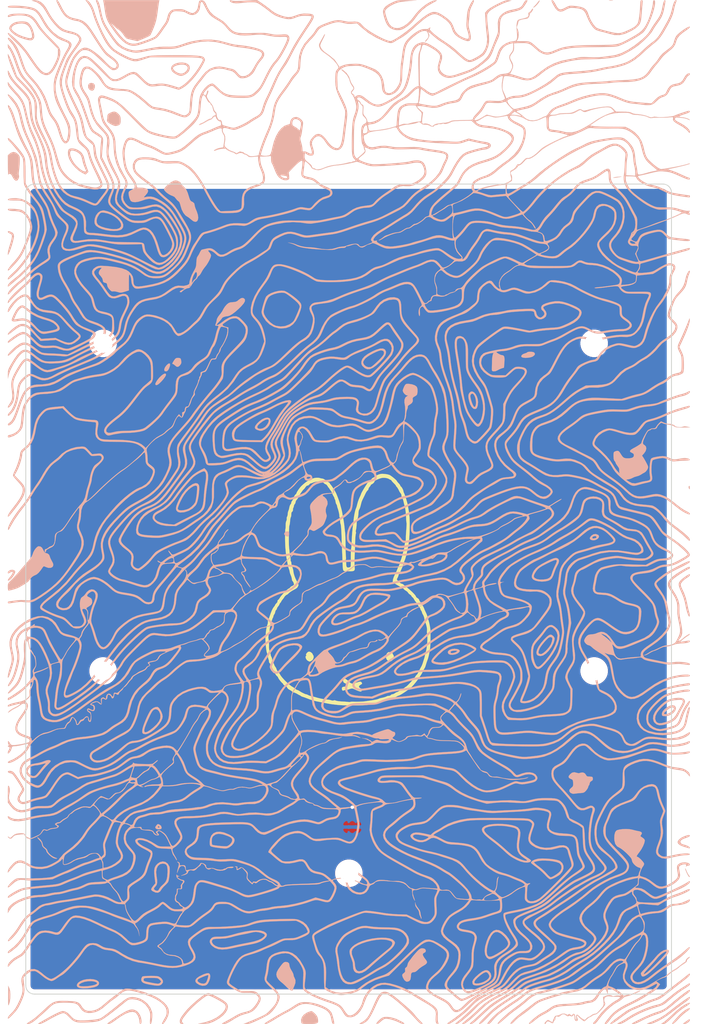
<source format=kicad_pcb>
(kicad_pcb (version 20171130) (host pcbnew "(5.1.7)-1")
  (layers (0 F.Cu signal) (31 B.Cu signal) (34 B.Paste user) (35 F.Paste user) (36 B.SilkS user) (37 F.SilkS user) (38 B.Mask user) (39 F.Mask user) (44 Edge.Cuts user))
  (net 0 "")
  (net 1 GND)
  (module graphics:yosemite_topo_map (layer B.Cu) (at 145.750475 80.899501 90)
    (fp_text reference G*** hide)
    (fp_text value LOGO hide)
  )
  (module graphics:miffy (layer F.Cu) (at 145.750475 89.899501)
    (fp_text reference G*** hide)
    (fp_text value LOGO hide)
  )
  (module Resistor_SMD:R_0201_0603Metric (layer B.Cu) (at 146.1502 117.524001)
    (fp_text reference " " (at 0 1.05) (layer B.SilkS) (effects (justify mirror)))
    (fp_text value R)
    (pad 2 smd roundrect (at 0.32 0) (size 0.46 0.4) (layers B.Cu B.Mask) (net 1 GND))
    (pad 1 smd roundrect (at -0.32 0) (size 0.46 0.4) (layers B.Cu B.Mask) (net 1 GND))
  )
  (module MountingHole:MountingHole_2.2mm_M2 (layer F.Cu) (at 174.3 61.275001)
    (fp_text reference " " (at 0 -3.2) (layer F.SilkS))
    (fp_text value MountingHole)
    (pad 1 np_thru_hole circle (at 0 0) (size 2.2 2.2) (drill 2.2) (layers *.Cu *.Mask))
  )
  (module MountingHole:MountingHole_2.2mm_M2 (layer F.Cu) (at 117.1502 61.275001)
    (fp_text reference " " (at 0 -3.2) (layer F.SilkS))
    (fp_text value MountingHole)
    (pad 1 np_thru_hole circle (at 0 0) (size 2.2 2.2) (drill 2.2) (layers *.Cu *.Mask))
  )
  (module MountingHole:MountingHole_2.2mm_M2 (layer F.Cu) (at 117.150199 99.375001)
    (fp_text reference " " (at 0 -3.2) (layer F.SilkS))
    (fp_text value MountingHole)
    (pad 1 np_thru_hole circle (at 0 0) (size 2.2 2.2) (drill 2.2) (layers *.Cu *.Mask))
  )
  (module MountingHole:MountingHole_2.2mm_M2 (layer F.Cu) (at 174.3 99.375001)
    (fp_text reference " " (at 0 -3.2) (layer F.SilkS))
    (fp_text value MountingHole)
    (pad 1 np_thru_hole circle (at 0 0) (size 2.2 2.2) (drill 2.2) (layers *.Cu *.Mask))
  )
  (module MountingHole:MountingHole_2.2mm_M2 (layer F.Cu) (at 145.750475 122.899501)
    (fp_text reference " " (at 0 -3.2) (layer F.SilkS))
    (fp_text value MountingHole)
    (pad 1 np_thru_hole circle (at 0 0) (size 2.2 2.2) (drill 2.2) (layers *.Cu *.Mask))
  )
  (gr_line (start 155.25 136.950161) (end 109.1502 136.950161) (layer Edge.Cuts) (width 0.1))
  (gr_arc (start 109.1502 43.75) (end 109.1502 42.75) (angle -90) (layer Edge.Cuts) (width 0.1))
  (gr_line (start 108.1502 135.950161) (end 108.1502 51.75) (layer Edge.Cuts) (width 0.1))
  (gr_line (start 183.3 135.950161) (end 183.3 43.75) (layer Edge.Cuts) (width 0.1))
  (gr_arc (start 182.3 43.75) (end 183.3 43.75) (angle -90) (layer Edge.Cuts) (width 0.1))
  (gr_line (start 109.1502 42.75) (end 182.3 42.75) (layer Edge.Cuts) (width 0.1))
  (gr_arc (start 182.3 135.950161) (end 182.3 136.950161) (angle -90) (layer Edge.Cuts) (width 0.1))
  (gr_arc (start 109.1502 135.950161) (end 108.1502 135.950161) (angle -90) (layer Edge.Cuts) (width 0.1))
  (gr_line (start 155.25 136.950161) (end 182.3 136.950161) (layer Edge.Cuts) (width 0.1))
  (gr_line (start 108.1502 51.75) (end 108.1502 43.75) (layer Edge.Cuts) (width 0.1))
  (segment (start 145.8302 117.524001) (end 146.4702 117.524001) (width 0.25) (layer B.Cu) (net 1))
  (via (at 146.1502 115.224001) (size 0.8) (drill 0.4) (layers F.Cu B.Cu) (net 1))
  (zone (net 1) (net_name GND) (layer F.Cu) (connect_pads (clearance 0.508)) (min_thickness 0.254) (fill yes (arc_segments 32) (thermal_gap 0.508) (thermal_bridge_width 0.508))
    (polygon (pts (xy 186.1502 139.275001) (xy 106.1502 139.275001) (xy 106.1502 41.275001) (xy 186.1502 41.275001)))
  )
  (zone (net 1) (net_name GND) (layer B.Cu) (connect_pads (clearance 0.508)) (min_thickness 0.254) (fill yes (arc_segments 32) (thermal_gap 0.508) (thermal_bridge_width 0.508))
    (polygon (pts (xy 187.1502 140.275001) (xy 105.1502 140.275001) (xy 105.1502 40.275001) (xy 188.1502 40.275001)))
  )
)
</source>
